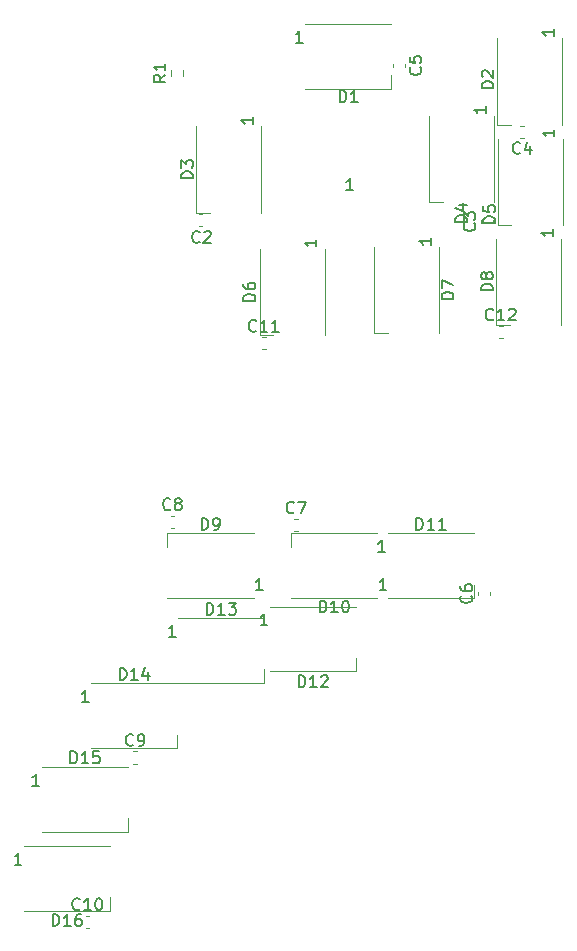
<source format=gbr>
%TF.GenerationSoftware,KiCad,Pcbnew,(5.1.6)-1*%
%TF.CreationDate,2020-12-18T16:59:39+11:00*%
%TF.ProjectId,OBOGS Panel PCB V2,4f424f47-5320-4506-916e-656c20504342,rev?*%
%TF.SameCoordinates,Original*%
%TF.FileFunction,Legend,Top*%
%TF.FilePolarity,Positive*%
%FSLAX46Y46*%
G04 Gerber Fmt 4.6, Leading zero omitted, Abs format (unit mm)*
G04 Created by KiCad (PCBNEW (5.1.6)-1) date 2020-12-18 16:59:39*
%MOMM*%
%LPD*%
G01*
G04 APERTURE LIST*
%ADD10C,0.120000*%
%ADD11C,0.150000*%
G04 APERTURE END LIST*
D10*
%TO.C,C12*%
X202884921Y-68777580D02*
X203210479Y-68777580D01*
X202884921Y-67757580D02*
X203210479Y-67757580D01*
%TO.C,C11*%
X182828881Y-69730080D02*
X183154439Y-69730080D01*
X182828881Y-68710080D02*
X183154439Y-68710080D01*
%TO.C,C4*%
X205001740Y-50805620D02*
X204720580Y-50805620D01*
X205001740Y-51825620D02*
X204720580Y-51825620D01*
%TO.C,C8*%
X175098800Y-84832920D02*
X175379960Y-84832920D01*
X175098800Y-83812920D02*
X175379960Y-83812920D01*
%TO.C,R1*%
X176158420Y-46563818D02*
X176158420Y-46089302D01*
X175113420Y-46563818D02*
X175113420Y-46089302D01*
%TO.C,C10*%
X167902980Y-118698740D02*
X168184140Y-118698740D01*
X167902980Y-117678740D02*
X168184140Y-117678740D01*
%TO.C,C9*%
X171949200Y-104802400D02*
X172230360Y-104802400D01*
X171949200Y-103782400D02*
X172230360Y-103782400D01*
%TO.C,C7*%
X185579140Y-85117400D02*
X185860300Y-85117400D01*
X185579140Y-84097400D02*
X185860300Y-84097400D01*
%TO.C,C6*%
X202112340Y-90567420D02*
X202112340Y-90286260D01*
X201092340Y-90567420D02*
X201092340Y-90286260D01*
%TO.C,C5*%
X193937160Y-45554320D02*
X193937160Y-45835480D01*
X194957160Y-45554320D02*
X194957160Y-45835480D01*
%TO.C,C3*%
X202391740Y-59050500D02*
X202391740Y-58769340D01*
X201371740Y-59050500D02*
X201371740Y-58769340D01*
%TO.C,C2*%
X177519720Y-59257660D02*
X177800880Y-59257660D01*
X177519720Y-58237660D02*
X177800880Y-58237660D01*
%TO.C,D16*%
X169981000Y-117278000D02*
X169981000Y-116128000D01*
X162681000Y-117278000D02*
X169981000Y-117278000D01*
X162681000Y-111778000D02*
X169981000Y-111778000D01*
%TO.C,D15*%
X171482000Y-110573000D02*
X171482000Y-109423000D01*
X164182000Y-110573000D02*
X171482000Y-110573000D01*
X164182000Y-105073000D02*
X171482000Y-105073000D01*
%TO.C,D14*%
X175670000Y-103512000D02*
X175670000Y-102362000D01*
X168370000Y-103512000D02*
X175670000Y-103512000D01*
X168370000Y-98012000D02*
X175670000Y-98012000D01*
%TO.C,D13*%
X183036000Y-97974400D02*
X183036000Y-96824400D01*
X175736000Y-97974400D02*
X183036000Y-97974400D01*
X175736000Y-92474400D02*
X183036000Y-92474400D01*
%TO.C,D12*%
X190809000Y-97009200D02*
X190809000Y-95859200D01*
X183509000Y-97009200D02*
X190809000Y-97009200D01*
X183509000Y-91509200D02*
X190809000Y-91509200D01*
%TO.C,D11*%
X200766000Y-90811600D02*
X200766000Y-89661600D01*
X193466000Y-90811600D02*
X200766000Y-90811600D01*
X193466000Y-85311600D02*
X200766000Y-85311600D01*
%TO.C,D10*%
X185287000Y-85311600D02*
X185287000Y-86461600D01*
X192587000Y-85311600D02*
X185287000Y-85311600D01*
X192587000Y-90811600D02*
X185287000Y-90811600D01*
%TO.C,D9*%
X174822000Y-85311600D02*
X174822000Y-86461600D01*
X182122000Y-85311600D02*
X174822000Y-85311600D01*
X182122000Y-90811600D02*
X174822000Y-90811600D01*
%TO.C,D8*%
X202685000Y-67658000D02*
X203835000Y-67658000D01*
X202685000Y-60358000D02*
X202685000Y-67658000D01*
X208185000Y-60358000D02*
X208185000Y-67658000D01*
%TO.C,D7*%
X192348000Y-68380800D02*
X193498000Y-68380800D01*
X192348000Y-61080800D02*
X192348000Y-68380800D01*
X197848000Y-61080800D02*
X197848000Y-68380800D01*
%TO.C,D6*%
X182645000Y-68533200D02*
X183795000Y-68533200D01*
X182645000Y-61233200D02*
X182645000Y-68533200D01*
X188145000Y-61233200D02*
X188145000Y-68533200D01*
%TO.C,D5*%
X202787000Y-59225200D02*
X203937000Y-59225200D01*
X202787000Y-51925200D02*
X202787000Y-59225200D01*
X208287000Y-51925200D02*
X208287000Y-59225200D01*
%TO.C,D4*%
X196996000Y-57244000D02*
X198146000Y-57244000D01*
X196996000Y-49944000D02*
X196996000Y-57244000D01*
X202496000Y-49944000D02*
X202496000Y-57244000D01*
%TO.C,D3*%
X177285000Y-58158400D02*
X178435000Y-58158400D01*
X177285000Y-50858400D02*
X177285000Y-58158400D01*
X182785000Y-50858400D02*
X182785000Y-58158400D01*
%TO.C,D2*%
X202762000Y-50702400D02*
X203912000Y-50702400D01*
X202762000Y-43402400D02*
X202762000Y-50702400D01*
X208262000Y-43402400D02*
X208262000Y-50702400D01*
%TO.C,D1*%
X193794000Y-47657200D02*
X193794000Y-46507200D01*
X186494000Y-47657200D02*
X193794000Y-47657200D01*
X186494000Y-42157200D02*
X193794000Y-42157200D01*
%TO.C,C12*%
D11*
X202404842Y-67194722D02*
X202357223Y-67242341D01*
X202214366Y-67289960D01*
X202119128Y-67289960D01*
X201976271Y-67242341D01*
X201881033Y-67147103D01*
X201833414Y-67051865D01*
X201785795Y-66861389D01*
X201785795Y-66718532D01*
X201833414Y-66528056D01*
X201881033Y-66432818D01*
X201976271Y-66337580D01*
X202119128Y-66289960D01*
X202214366Y-66289960D01*
X202357223Y-66337580D01*
X202404842Y-66385199D01*
X203357223Y-67289960D02*
X202785795Y-67289960D01*
X203071509Y-67289960D02*
X203071509Y-66289960D01*
X202976271Y-66432818D01*
X202881033Y-66528056D01*
X202785795Y-66575675D01*
X203738176Y-66385199D02*
X203785795Y-66337580D01*
X203881033Y-66289960D01*
X204119128Y-66289960D01*
X204214366Y-66337580D01*
X204261985Y-66385199D01*
X204309604Y-66480437D01*
X204309604Y-66575675D01*
X204261985Y-66718532D01*
X203690557Y-67289960D01*
X204309604Y-67289960D01*
%TO.C,C11*%
X182348802Y-68147222D02*
X182301183Y-68194841D01*
X182158326Y-68242460D01*
X182063088Y-68242460D01*
X181920231Y-68194841D01*
X181824993Y-68099603D01*
X181777374Y-68004365D01*
X181729755Y-67813889D01*
X181729755Y-67671032D01*
X181777374Y-67480556D01*
X181824993Y-67385318D01*
X181920231Y-67290080D01*
X182063088Y-67242460D01*
X182158326Y-67242460D01*
X182301183Y-67290080D01*
X182348802Y-67337699D01*
X183301183Y-68242460D02*
X182729755Y-68242460D01*
X183015469Y-68242460D02*
X183015469Y-67242460D01*
X182920231Y-67385318D01*
X182824993Y-67480556D01*
X182729755Y-67528175D01*
X184253564Y-68242460D02*
X183682136Y-68242460D01*
X183967850Y-68242460D02*
X183967850Y-67242460D01*
X183872612Y-67385318D01*
X183777374Y-67480556D01*
X183682136Y-67528175D01*
%TO.C,1*%
X190564871Y-56264447D02*
X189993442Y-56264447D01*
X190279157Y-56264447D02*
X190279157Y-55264447D01*
X190183918Y-55407305D01*
X190088680Y-55502543D01*
X189993442Y-55550162D01*
%TO.C,C4*%
X204694493Y-53102762D02*
X204646874Y-53150381D01*
X204504017Y-53198000D01*
X204408779Y-53198000D01*
X204265921Y-53150381D01*
X204170683Y-53055143D01*
X204123064Y-52959905D01*
X204075445Y-52769429D01*
X204075445Y-52626572D01*
X204123064Y-52436096D01*
X204170683Y-52340858D01*
X204265921Y-52245620D01*
X204408779Y-52198000D01*
X204504017Y-52198000D01*
X204646874Y-52245620D01*
X204694493Y-52293239D01*
X205551636Y-52531334D02*
X205551636Y-53198000D01*
X205313540Y-52150381D02*
X205075445Y-52864667D01*
X205694493Y-52864667D01*
%TO.C,C8*%
X175072713Y-83250062D02*
X175025094Y-83297681D01*
X174882237Y-83345300D01*
X174786999Y-83345300D01*
X174644141Y-83297681D01*
X174548903Y-83202443D01*
X174501284Y-83107205D01*
X174453665Y-82916729D01*
X174453665Y-82773872D01*
X174501284Y-82583396D01*
X174548903Y-82488158D01*
X174644141Y-82392920D01*
X174786999Y-82345300D01*
X174882237Y-82345300D01*
X175025094Y-82392920D01*
X175072713Y-82440539D01*
X175644141Y-82773872D02*
X175548903Y-82726253D01*
X175501284Y-82678634D01*
X175453665Y-82583396D01*
X175453665Y-82535777D01*
X175501284Y-82440539D01*
X175548903Y-82392920D01*
X175644141Y-82345300D01*
X175834618Y-82345300D01*
X175929856Y-82392920D01*
X175977475Y-82440539D01*
X176025094Y-82535777D01*
X176025094Y-82583396D01*
X175977475Y-82678634D01*
X175929856Y-82726253D01*
X175834618Y-82773872D01*
X175644141Y-82773872D01*
X175548903Y-82821491D01*
X175501284Y-82869110D01*
X175453665Y-82964348D01*
X175453665Y-83154824D01*
X175501284Y-83250062D01*
X175548903Y-83297681D01*
X175644141Y-83345300D01*
X175834618Y-83345300D01*
X175929856Y-83297681D01*
X175977475Y-83250062D01*
X176025094Y-83154824D01*
X176025094Y-82964348D01*
X175977475Y-82869110D01*
X175929856Y-82821491D01*
X175834618Y-82773872D01*
%TO.C,R1*%
X174658300Y-46493226D02*
X174182110Y-46826560D01*
X174658300Y-47064655D02*
X173658300Y-47064655D01*
X173658300Y-46683702D01*
X173705920Y-46588464D01*
X173753539Y-46540845D01*
X173848777Y-46493226D01*
X173991634Y-46493226D01*
X174086872Y-46540845D01*
X174134491Y-46588464D01*
X174182110Y-46683702D01*
X174182110Y-47064655D01*
X174658300Y-45540845D02*
X174658300Y-46112274D01*
X174658300Y-45826560D02*
X173658300Y-45826560D01*
X173801158Y-45921798D01*
X173896396Y-46017036D01*
X173944015Y-46112274D01*
%TO.C,C10*%
X167400702Y-117115882D02*
X167353083Y-117163501D01*
X167210226Y-117211120D01*
X167114988Y-117211120D01*
X166972131Y-117163501D01*
X166876893Y-117068263D01*
X166829274Y-116973025D01*
X166781655Y-116782549D01*
X166781655Y-116639692D01*
X166829274Y-116449216D01*
X166876893Y-116353978D01*
X166972131Y-116258740D01*
X167114988Y-116211120D01*
X167210226Y-116211120D01*
X167353083Y-116258740D01*
X167400702Y-116306359D01*
X168353083Y-117211120D02*
X167781655Y-117211120D01*
X168067369Y-117211120D02*
X168067369Y-116211120D01*
X167972131Y-116353978D01*
X167876893Y-116449216D01*
X167781655Y-116496835D01*
X168972131Y-116211120D02*
X169067369Y-116211120D01*
X169162607Y-116258740D01*
X169210226Y-116306359D01*
X169257845Y-116401597D01*
X169305464Y-116592073D01*
X169305464Y-116830168D01*
X169257845Y-117020644D01*
X169210226Y-117115882D01*
X169162607Y-117163501D01*
X169067369Y-117211120D01*
X168972131Y-117211120D01*
X168876893Y-117163501D01*
X168829274Y-117115882D01*
X168781655Y-117020644D01*
X168734036Y-116830168D01*
X168734036Y-116592073D01*
X168781655Y-116401597D01*
X168829274Y-116306359D01*
X168876893Y-116258740D01*
X168972131Y-116211120D01*
%TO.C,C9*%
X171923113Y-103219542D02*
X171875494Y-103267161D01*
X171732637Y-103314780D01*
X171637399Y-103314780D01*
X171494541Y-103267161D01*
X171399303Y-103171923D01*
X171351684Y-103076685D01*
X171304065Y-102886209D01*
X171304065Y-102743352D01*
X171351684Y-102552876D01*
X171399303Y-102457638D01*
X171494541Y-102362400D01*
X171637399Y-102314780D01*
X171732637Y-102314780D01*
X171875494Y-102362400D01*
X171923113Y-102410019D01*
X172399303Y-103314780D02*
X172589780Y-103314780D01*
X172685018Y-103267161D01*
X172732637Y-103219542D01*
X172827875Y-103076685D01*
X172875494Y-102886209D01*
X172875494Y-102505257D01*
X172827875Y-102410019D01*
X172780256Y-102362400D01*
X172685018Y-102314780D01*
X172494541Y-102314780D01*
X172399303Y-102362400D01*
X172351684Y-102410019D01*
X172304065Y-102505257D01*
X172304065Y-102743352D01*
X172351684Y-102838590D01*
X172399303Y-102886209D01*
X172494541Y-102933828D01*
X172685018Y-102933828D01*
X172780256Y-102886209D01*
X172827875Y-102838590D01*
X172875494Y-102743352D01*
%TO.C,C7*%
X185553053Y-83534542D02*
X185505434Y-83582161D01*
X185362577Y-83629780D01*
X185267339Y-83629780D01*
X185124481Y-83582161D01*
X185029243Y-83486923D01*
X184981624Y-83391685D01*
X184934005Y-83201209D01*
X184934005Y-83058352D01*
X184981624Y-82867876D01*
X185029243Y-82772638D01*
X185124481Y-82677400D01*
X185267339Y-82629780D01*
X185362577Y-82629780D01*
X185505434Y-82677400D01*
X185553053Y-82725019D01*
X185886386Y-82629780D02*
X186553053Y-82629780D01*
X186124481Y-83629780D01*
%TO.C,C6*%
X200529482Y-90593506D02*
X200577101Y-90641125D01*
X200624720Y-90783982D01*
X200624720Y-90879220D01*
X200577101Y-91022078D01*
X200481863Y-91117316D01*
X200386625Y-91164935D01*
X200196149Y-91212554D01*
X200053292Y-91212554D01*
X199862816Y-91164935D01*
X199767578Y-91117316D01*
X199672340Y-91022078D01*
X199624720Y-90879220D01*
X199624720Y-90783982D01*
X199672340Y-90641125D01*
X199719959Y-90593506D01*
X199624720Y-89736363D02*
X199624720Y-89926840D01*
X199672340Y-90022078D01*
X199719959Y-90069697D01*
X199862816Y-90164935D01*
X200053292Y-90212554D01*
X200434244Y-90212554D01*
X200529482Y-90164935D01*
X200577101Y-90117316D01*
X200624720Y-90022078D01*
X200624720Y-89831601D01*
X200577101Y-89736363D01*
X200529482Y-89688744D01*
X200434244Y-89641125D01*
X200196149Y-89641125D01*
X200100911Y-89688744D01*
X200053292Y-89736363D01*
X200005673Y-89831601D01*
X200005673Y-90022078D01*
X200053292Y-90117316D01*
X200100911Y-90164935D01*
X200196149Y-90212554D01*
%TO.C,C5*%
X196234302Y-45861566D02*
X196281921Y-45909185D01*
X196329540Y-46052042D01*
X196329540Y-46147280D01*
X196281921Y-46290138D01*
X196186683Y-46385376D01*
X196091445Y-46432995D01*
X195900969Y-46480614D01*
X195758112Y-46480614D01*
X195567636Y-46432995D01*
X195472398Y-46385376D01*
X195377160Y-46290138D01*
X195329540Y-46147280D01*
X195329540Y-46052042D01*
X195377160Y-45909185D01*
X195424779Y-45861566D01*
X195329540Y-44956804D02*
X195329540Y-45432995D01*
X195805731Y-45480614D01*
X195758112Y-45432995D01*
X195710493Y-45337757D01*
X195710493Y-45099661D01*
X195758112Y-45004423D01*
X195805731Y-44956804D01*
X195900969Y-44909185D01*
X196139064Y-44909185D01*
X196234302Y-44956804D01*
X196281921Y-45004423D01*
X196329540Y-45099661D01*
X196329540Y-45337757D01*
X196281921Y-45432995D01*
X196234302Y-45480614D01*
%TO.C,C3*%
X200808882Y-59076586D02*
X200856501Y-59124205D01*
X200904120Y-59267062D01*
X200904120Y-59362300D01*
X200856501Y-59505158D01*
X200761263Y-59600396D01*
X200666025Y-59648015D01*
X200475549Y-59695634D01*
X200332692Y-59695634D01*
X200142216Y-59648015D01*
X200046978Y-59600396D01*
X199951740Y-59505158D01*
X199904120Y-59362300D01*
X199904120Y-59267062D01*
X199951740Y-59124205D01*
X199999359Y-59076586D01*
X199904120Y-58743253D02*
X199904120Y-58124205D01*
X200285073Y-58457539D01*
X200285073Y-58314681D01*
X200332692Y-58219443D01*
X200380311Y-58171824D01*
X200475549Y-58124205D01*
X200713644Y-58124205D01*
X200808882Y-58171824D01*
X200856501Y-58219443D01*
X200904120Y-58314681D01*
X200904120Y-58600396D01*
X200856501Y-58695634D01*
X200808882Y-58743253D01*
%TO.C,C2*%
X177552353Y-60626262D02*
X177504734Y-60673881D01*
X177361877Y-60721500D01*
X177266639Y-60721500D01*
X177123781Y-60673881D01*
X177028543Y-60578643D01*
X176980924Y-60483405D01*
X176933305Y-60292929D01*
X176933305Y-60150072D01*
X176980924Y-59959596D01*
X177028543Y-59864358D01*
X177123781Y-59769120D01*
X177266639Y-59721500D01*
X177361877Y-59721500D01*
X177504734Y-59769120D01*
X177552353Y-59816739D01*
X177933305Y-59816739D02*
X177980924Y-59769120D01*
X178076162Y-59721500D01*
X178314258Y-59721500D01*
X178409496Y-59769120D01*
X178457115Y-59816739D01*
X178504734Y-59911977D01*
X178504734Y-60007215D01*
X178457115Y-60150072D01*
X177885686Y-60721500D01*
X178504734Y-60721500D01*
%TO.C,D16*%
X165104914Y-118562380D02*
X165104914Y-117562380D01*
X165343009Y-117562380D01*
X165485866Y-117610000D01*
X165581104Y-117705238D01*
X165628723Y-117800476D01*
X165676342Y-117990952D01*
X165676342Y-118133809D01*
X165628723Y-118324285D01*
X165581104Y-118419523D01*
X165485866Y-118514761D01*
X165343009Y-118562380D01*
X165104914Y-118562380D01*
X166628723Y-118562380D02*
X166057295Y-118562380D01*
X166343009Y-118562380D02*
X166343009Y-117562380D01*
X166247771Y-117705238D01*
X166152533Y-117800476D01*
X166057295Y-117848095D01*
X167485866Y-117562380D02*
X167295390Y-117562380D01*
X167200152Y-117610000D01*
X167152533Y-117657619D01*
X167057295Y-117800476D01*
X167009676Y-117990952D01*
X167009676Y-118371904D01*
X167057295Y-118467142D01*
X167104914Y-118514761D01*
X167200152Y-118562380D01*
X167390628Y-118562380D01*
X167485866Y-118514761D01*
X167533485Y-118467142D01*
X167581104Y-118371904D01*
X167581104Y-118133809D01*
X167533485Y-118038571D01*
X167485866Y-117990952D01*
X167390628Y-117943333D01*
X167200152Y-117943333D01*
X167104914Y-117990952D01*
X167057295Y-118038571D01*
X167009676Y-118133809D01*
X162466714Y-113380380D02*
X161895285Y-113380380D01*
X162181000Y-113380380D02*
X162181000Y-112380380D01*
X162085761Y-112523238D01*
X161990523Y-112618476D01*
X161895285Y-112666095D01*
%TO.C,D15*%
X166617714Y-104775380D02*
X166617714Y-103775380D01*
X166855809Y-103775380D01*
X166998666Y-103823000D01*
X167093904Y-103918238D01*
X167141523Y-104013476D01*
X167189142Y-104203952D01*
X167189142Y-104346809D01*
X167141523Y-104537285D01*
X167093904Y-104632523D01*
X166998666Y-104727761D01*
X166855809Y-104775380D01*
X166617714Y-104775380D01*
X168141523Y-104775380D02*
X167570095Y-104775380D01*
X167855809Y-104775380D02*
X167855809Y-103775380D01*
X167760571Y-103918238D01*
X167665333Y-104013476D01*
X167570095Y-104061095D01*
X169046285Y-103775380D02*
X168570095Y-103775380D01*
X168522476Y-104251571D01*
X168570095Y-104203952D01*
X168665333Y-104156333D01*
X168903428Y-104156333D01*
X168998666Y-104203952D01*
X169046285Y-104251571D01*
X169093904Y-104346809D01*
X169093904Y-104584904D01*
X169046285Y-104680142D01*
X168998666Y-104727761D01*
X168903428Y-104775380D01*
X168665333Y-104775380D01*
X168570095Y-104727761D01*
X168522476Y-104680142D01*
X163967714Y-106675380D02*
X163396285Y-106675380D01*
X163682000Y-106675380D02*
X163682000Y-105675380D01*
X163586761Y-105818238D01*
X163491523Y-105913476D01*
X163396285Y-105961095D01*
%TO.C,D14*%
X170805714Y-97714380D02*
X170805714Y-96714380D01*
X171043809Y-96714380D01*
X171186666Y-96762000D01*
X171281904Y-96857238D01*
X171329523Y-96952476D01*
X171377142Y-97142952D01*
X171377142Y-97285809D01*
X171329523Y-97476285D01*
X171281904Y-97571523D01*
X171186666Y-97666761D01*
X171043809Y-97714380D01*
X170805714Y-97714380D01*
X172329523Y-97714380D02*
X171758095Y-97714380D01*
X172043809Y-97714380D02*
X172043809Y-96714380D01*
X171948571Y-96857238D01*
X171853333Y-96952476D01*
X171758095Y-97000095D01*
X173186666Y-97047714D02*
X173186666Y-97714380D01*
X172948571Y-96666761D02*
X172710476Y-97381047D01*
X173329523Y-97381047D01*
X168155714Y-99614380D02*
X167584285Y-99614380D01*
X167870000Y-99614380D02*
X167870000Y-98614380D01*
X167774761Y-98757238D01*
X167679523Y-98852476D01*
X167584285Y-98900095D01*
%TO.C,D13*%
X178160514Y-92197180D02*
X178160514Y-91197180D01*
X178398609Y-91197180D01*
X178541466Y-91244800D01*
X178636704Y-91340038D01*
X178684323Y-91435276D01*
X178731942Y-91625752D01*
X178731942Y-91768609D01*
X178684323Y-91959085D01*
X178636704Y-92054323D01*
X178541466Y-92149561D01*
X178398609Y-92197180D01*
X178160514Y-92197180D01*
X179684323Y-92197180D02*
X179112895Y-92197180D01*
X179398609Y-92197180D02*
X179398609Y-91197180D01*
X179303371Y-91340038D01*
X179208133Y-91435276D01*
X179112895Y-91482895D01*
X180017657Y-91197180D02*
X180636704Y-91197180D01*
X180303371Y-91578133D01*
X180446228Y-91578133D01*
X180541466Y-91625752D01*
X180589085Y-91673371D01*
X180636704Y-91768609D01*
X180636704Y-92006704D01*
X180589085Y-92101942D01*
X180541466Y-92149561D01*
X180446228Y-92197180D01*
X180160514Y-92197180D01*
X180065276Y-92149561D01*
X180017657Y-92101942D01*
X175521714Y-94076780D02*
X174950285Y-94076780D01*
X175236000Y-94076780D02*
X175236000Y-93076780D01*
X175140761Y-93219638D01*
X175045523Y-93314876D01*
X174950285Y-93362495D01*
%TO.C,D12*%
X185944714Y-98343980D02*
X185944714Y-97343980D01*
X186182809Y-97343980D01*
X186325666Y-97391600D01*
X186420904Y-97486838D01*
X186468523Y-97582076D01*
X186516142Y-97772552D01*
X186516142Y-97915409D01*
X186468523Y-98105885D01*
X186420904Y-98201123D01*
X186325666Y-98296361D01*
X186182809Y-98343980D01*
X185944714Y-98343980D01*
X187468523Y-98343980D02*
X186897095Y-98343980D01*
X187182809Y-98343980D02*
X187182809Y-97343980D01*
X187087571Y-97486838D01*
X186992333Y-97582076D01*
X186897095Y-97629695D01*
X187849476Y-97439219D02*
X187897095Y-97391600D01*
X187992333Y-97343980D01*
X188230428Y-97343980D01*
X188325666Y-97391600D01*
X188373285Y-97439219D01*
X188420904Y-97534457D01*
X188420904Y-97629695D01*
X188373285Y-97772552D01*
X187801857Y-98343980D01*
X188420904Y-98343980D01*
X183294714Y-93111580D02*
X182723285Y-93111580D01*
X183009000Y-93111580D02*
X183009000Y-92111580D01*
X182913761Y-92254438D01*
X182818523Y-92349676D01*
X182723285Y-92397295D01*
%TO.C,D11*%
X195901714Y-85013980D02*
X195901714Y-84013980D01*
X196139809Y-84013980D01*
X196282666Y-84061600D01*
X196377904Y-84156838D01*
X196425523Y-84252076D01*
X196473142Y-84442552D01*
X196473142Y-84585409D01*
X196425523Y-84775885D01*
X196377904Y-84871123D01*
X196282666Y-84966361D01*
X196139809Y-85013980D01*
X195901714Y-85013980D01*
X197425523Y-85013980D02*
X196854095Y-85013980D01*
X197139809Y-85013980D02*
X197139809Y-84013980D01*
X197044571Y-84156838D01*
X196949333Y-84252076D01*
X196854095Y-84299695D01*
X198377904Y-85013980D02*
X197806476Y-85013980D01*
X198092190Y-85013980D02*
X198092190Y-84013980D01*
X197996952Y-84156838D01*
X197901714Y-84252076D01*
X197806476Y-84299695D01*
X193251714Y-86913980D02*
X192680285Y-86913980D01*
X192966000Y-86913980D02*
X192966000Y-85913980D01*
X192870761Y-86056838D01*
X192775523Y-86152076D01*
X192680285Y-86199695D01*
%TO.C,D10*%
X187722714Y-92013980D02*
X187722714Y-91013980D01*
X187960809Y-91013980D01*
X188103666Y-91061600D01*
X188198904Y-91156838D01*
X188246523Y-91252076D01*
X188294142Y-91442552D01*
X188294142Y-91585409D01*
X188246523Y-91775885D01*
X188198904Y-91871123D01*
X188103666Y-91966361D01*
X187960809Y-92013980D01*
X187722714Y-92013980D01*
X189246523Y-92013980D02*
X188675095Y-92013980D01*
X188960809Y-92013980D02*
X188960809Y-91013980D01*
X188865571Y-91156838D01*
X188770333Y-91252076D01*
X188675095Y-91299695D01*
X189865571Y-91013980D02*
X189960809Y-91013980D01*
X190056047Y-91061600D01*
X190103666Y-91109219D01*
X190151285Y-91204457D01*
X190198904Y-91394933D01*
X190198904Y-91633028D01*
X190151285Y-91823504D01*
X190103666Y-91918742D01*
X190056047Y-91966361D01*
X189960809Y-92013980D01*
X189865571Y-92013980D01*
X189770333Y-91966361D01*
X189722714Y-91918742D01*
X189675095Y-91823504D01*
X189627476Y-91633028D01*
X189627476Y-91394933D01*
X189675095Y-91204457D01*
X189722714Y-91109219D01*
X189770333Y-91061600D01*
X189865571Y-91013980D01*
X193372714Y-90113980D02*
X192801285Y-90113980D01*
X193087000Y-90113980D02*
X193087000Y-89113980D01*
X192991761Y-89256838D01*
X192896523Y-89352076D01*
X192801285Y-89399695D01*
%TO.C,D9*%
X177722304Y-85034380D02*
X177722304Y-84034380D01*
X177960400Y-84034380D01*
X178103257Y-84082000D01*
X178198495Y-84177238D01*
X178246114Y-84272476D01*
X178293733Y-84462952D01*
X178293733Y-84605809D01*
X178246114Y-84796285D01*
X178198495Y-84891523D01*
X178103257Y-84986761D01*
X177960400Y-85034380D01*
X177722304Y-85034380D01*
X178769923Y-85034380D02*
X178960400Y-85034380D01*
X179055638Y-84986761D01*
X179103257Y-84939142D01*
X179198495Y-84796285D01*
X179246114Y-84605809D01*
X179246114Y-84224857D01*
X179198495Y-84129619D01*
X179150876Y-84082000D01*
X179055638Y-84034380D01*
X178865161Y-84034380D01*
X178769923Y-84082000D01*
X178722304Y-84129619D01*
X178674685Y-84224857D01*
X178674685Y-84462952D01*
X178722304Y-84558190D01*
X178769923Y-84605809D01*
X178865161Y-84653428D01*
X179055638Y-84653428D01*
X179150876Y-84605809D01*
X179198495Y-84558190D01*
X179246114Y-84462952D01*
X182907714Y-90113980D02*
X182336285Y-90113980D01*
X182622000Y-90113980D02*
X182622000Y-89113980D01*
X182526761Y-89256838D01*
X182431523Y-89352076D01*
X182336285Y-89399695D01*
%TO.C,D8*%
X202382380Y-64746095D02*
X201382380Y-64746095D01*
X201382380Y-64508000D01*
X201430000Y-64365142D01*
X201525238Y-64269904D01*
X201620476Y-64222285D01*
X201810952Y-64174666D01*
X201953809Y-64174666D01*
X202144285Y-64222285D01*
X202239523Y-64269904D01*
X202334761Y-64365142D01*
X202382380Y-64508000D01*
X202382380Y-64746095D01*
X201810952Y-63603238D02*
X201763333Y-63698476D01*
X201715714Y-63746095D01*
X201620476Y-63793714D01*
X201572857Y-63793714D01*
X201477619Y-63746095D01*
X201430000Y-63698476D01*
X201382380Y-63603238D01*
X201382380Y-63412761D01*
X201430000Y-63317523D01*
X201477619Y-63269904D01*
X201572857Y-63222285D01*
X201620476Y-63222285D01*
X201715714Y-63269904D01*
X201763333Y-63317523D01*
X201810952Y-63412761D01*
X201810952Y-63603238D01*
X201858571Y-63698476D01*
X201906190Y-63746095D01*
X202001428Y-63793714D01*
X202191904Y-63793714D01*
X202287142Y-63746095D01*
X202334761Y-63698476D01*
X202382380Y-63603238D01*
X202382380Y-63412761D01*
X202334761Y-63317523D01*
X202287142Y-63269904D01*
X202191904Y-63222285D01*
X202001428Y-63222285D01*
X201906190Y-63269904D01*
X201858571Y-63317523D01*
X201810952Y-63412761D01*
X207487380Y-59572285D02*
X207487380Y-60143714D01*
X207487380Y-59858000D02*
X206487380Y-59858000D01*
X206630238Y-59953238D01*
X206725476Y-60048476D01*
X206773095Y-60143714D01*
%TO.C,D7*%
X199050380Y-65468895D02*
X198050380Y-65468895D01*
X198050380Y-65230800D01*
X198098000Y-65087942D01*
X198193238Y-64992704D01*
X198288476Y-64945085D01*
X198478952Y-64897466D01*
X198621809Y-64897466D01*
X198812285Y-64945085D01*
X198907523Y-64992704D01*
X199002761Y-65087942D01*
X199050380Y-65230800D01*
X199050380Y-65468895D01*
X198050380Y-64564133D02*
X198050380Y-63897466D01*
X199050380Y-64326038D01*
X197150380Y-60295085D02*
X197150380Y-60866514D01*
X197150380Y-60580800D02*
X196150380Y-60580800D01*
X196293238Y-60676038D01*
X196388476Y-60771276D01*
X196436095Y-60866514D01*
%TO.C,D6*%
X182265580Y-65621295D02*
X181265580Y-65621295D01*
X181265580Y-65383200D01*
X181313200Y-65240342D01*
X181408438Y-65145104D01*
X181503676Y-65097485D01*
X181694152Y-65049866D01*
X181837009Y-65049866D01*
X182027485Y-65097485D01*
X182122723Y-65145104D01*
X182217961Y-65240342D01*
X182265580Y-65383200D01*
X182265580Y-65621295D01*
X181265580Y-64192723D02*
X181265580Y-64383200D01*
X181313200Y-64478438D01*
X181360819Y-64526057D01*
X181503676Y-64621295D01*
X181694152Y-64668914D01*
X182075104Y-64668914D01*
X182170342Y-64621295D01*
X182217961Y-64573676D01*
X182265580Y-64478438D01*
X182265580Y-64287961D01*
X182217961Y-64192723D01*
X182170342Y-64145104D01*
X182075104Y-64097485D01*
X181837009Y-64097485D01*
X181741771Y-64145104D01*
X181694152Y-64192723D01*
X181646533Y-64287961D01*
X181646533Y-64478438D01*
X181694152Y-64573676D01*
X181741771Y-64621295D01*
X181837009Y-64668914D01*
X187447380Y-60447485D02*
X187447380Y-61018914D01*
X187447380Y-60733200D02*
X186447380Y-60733200D01*
X186590238Y-60828438D01*
X186685476Y-60923676D01*
X186733095Y-61018914D01*
%TO.C,D5*%
X202585580Y-59056495D02*
X201585580Y-59056495D01*
X201585580Y-58818400D01*
X201633200Y-58675542D01*
X201728438Y-58580304D01*
X201823676Y-58532685D01*
X202014152Y-58485066D01*
X202157009Y-58485066D01*
X202347485Y-58532685D01*
X202442723Y-58580304D01*
X202537961Y-58675542D01*
X202585580Y-58818400D01*
X202585580Y-59056495D01*
X201585580Y-57580304D02*
X201585580Y-58056495D01*
X202061771Y-58104114D01*
X202014152Y-58056495D01*
X201966533Y-57961257D01*
X201966533Y-57723161D01*
X202014152Y-57627923D01*
X202061771Y-57580304D01*
X202157009Y-57532685D01*
X202395104Y-57532685D01*
X202490342Y-57580304D01*
X202537961Y-57627923D01*
X202585580Y-57723161D01*
X202585580Y-57961257D01*
X202537961Y-58056495D01*
X202490342Y-58104114D01*
X207589380Y-51139485D02*
X207589380Y-51710914D01*
X207589380Y-51425200D02*
X206589380Y-51425200D01*
X206732238Y-51520438D01*
X206827476Y-51615676D01*
X206875095Y-51710914D01*
%TO.C,D4*%
X200197980Y-58954895D02*
X199197980Y-58954895D01*
X199197980Y-58716800D01*
X199245600Y-58573942D01*
X199340838Y-58478704D01*
X199436076Y-58431085D01*
X199626552Y-58383466D01*
X199769409Y-58383466D01*
X199959885Y-58431085D01*
X200055123Y-58478704D01*
X200150361Y-58573942D01*
X200197980Y-58716800D01*
X200197980Y-58954895D01*
X199531314Y-57526323D02*
X200197980Y-57526323D01*
X199150361Y-57764419D02*
X199864647Y-58002514D01*
X199864647Y-57383466D01*
X201798380Y-49158285D02*
X201798380Y-49729714D01*
X201798380Y-49444000D02*
X200798380Y-49444000D01*
X200941238Y-49539238D01*
X201036476Y-49634476D01*
X201084095Y-49729714D01*
%TO.C,D3*%
X176982380Y-55246495D02*
X175982380Y-55246495D01*
X175982380Y-55008400D01*
X176030000Y-54865542D01*
X176125238Y-54770304D01*
X176220476Y-54722685D01*
X176410952Y-54675066D01*
X176553809Y-54675066D01*
X176744285Y-54722685D01*
X176839523Y-54770304D01*
X176934761Y-54865542D01*
X176982380Y-55008400D01*
X176982380Y-55246495D01*
X175982380Y-54341733D02*
X175982380Y-53722685D01*
X176363333Y-54056019D01*
X176363333Y-53913161D01*
X176410952Y-53817923D01*
X176458571Y-53770304D01*
X176553809Y-53722685D01*
X176791904Y-53722685D01*
X176887142Y-53770304D01*
X176934761Y-53817923D01*
X176982380Y-53913161D01*
X176982380Y-54198876D01*
X176934761Y-54294114D01*
X176887142Y-54341733D01*
X182087380Y-50072685D02*
X182087380Y-50644114D01*
X182087380Y-50358400D02*
X181087380Y-50358400D01*
X181230238Y-50453638D01*
X181325476Y-50548876D01*
X181373095Y-50644114D01*
%TO.C,D2*%
X202433180Y-47626495D02*
X201433180Y-47626495D01*
X201433180Y-47388400D01*
X201480800Y-47245542D01*
X201576038Y-47150304D01*
X201671276Y-47102685D01*
X201861752Y-47055066D01*
X202004609Y-47055066D01*
X202195085Y-47102685D01*
X202290323Y-47150304D01*
X202385561Y-47245542D01*
X202433180Y-47388400D01*
X202433180Y-47626495D01*
X201528419Y-46674114D02*
X201480800Y-46626495D01*
X201433180Y-46531257D01*
X201433180Y-46293161D01*
X201480800Y-46197923D01*
X201528419Y-46150304D01*
X201623657Y-46102685D01*
X201718895Y-46102685D01*
X201861752Y-46150304D01*
X202433180Y-46721733D01*
X202433180Y-46102685D01*
X207564380Y-42616685D02*
X207564380Y-43188114D01*
X207564380Y-42902400D02*
X206564380Y-42902400D01*
X206707238Y-42997638D01*
X206802476Y-43092876D01*
X206850095Y-43188114D01*
%TO.C,D1*%
X189405904Y-48813980D02*
X189405904Y-47813980D01*
X189644000Y-47813980D01*
X189786857Y-47861600D01*
X189882095Y-47956838D01*
X189929714Y-48052076D01*
X189977333Y-48242552D01*
X189977333Y-48385409D01*
X189929714Y-48575885D01*
X189882095Y-48671123D01*
X189786857Y-48766361D01*
X189644000Y-48813980D01*
X189405904Y-48813980D01*
X190929714Y-48813980D02*
X190358285Y-48813980D01*
X190644000Y-48813980D02*
X190644000Y-47813980D01*
X190548761Y-47956838D01*
X190453523Y-48052076D01*
X190358285Y-48099695D01*
X186279714Y-43759580D02*
X185708285Y-43759580D01*
X185994000Y-43759580D02*
X185994000Y-42759580D01*
X185898761Y-42902438D01*
X185803523Y-42997676D01*
X185708285Y-43045295D01*
%TD*%
M02*

</source>
